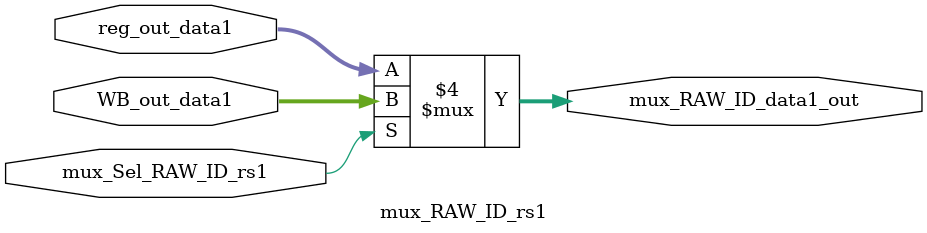
<source format=sv>
`timescale 1ns / 1ps


module mux_RAW_ID_rs1 #(parameter size = 32) (
    input [size-1: 0] reg_out_data1,
    input [size-1: 0] WB_out_data1,
    input mux_Sel_RAW_ID_rs1,
    output logic [size-1:0] mux_RAW_ID_data1_out
    );
    
    always_comb
        begin
            if(mux_Sel_RAW_ID_rs1 == 1'b0)                  // control signal 0 for hazard
                mux_RAW_ID_data1_out = reg_out_data1;
            else
                mux_RAW_ID_data1_out = WB_out_data1;
        end
endmodule

</source>
